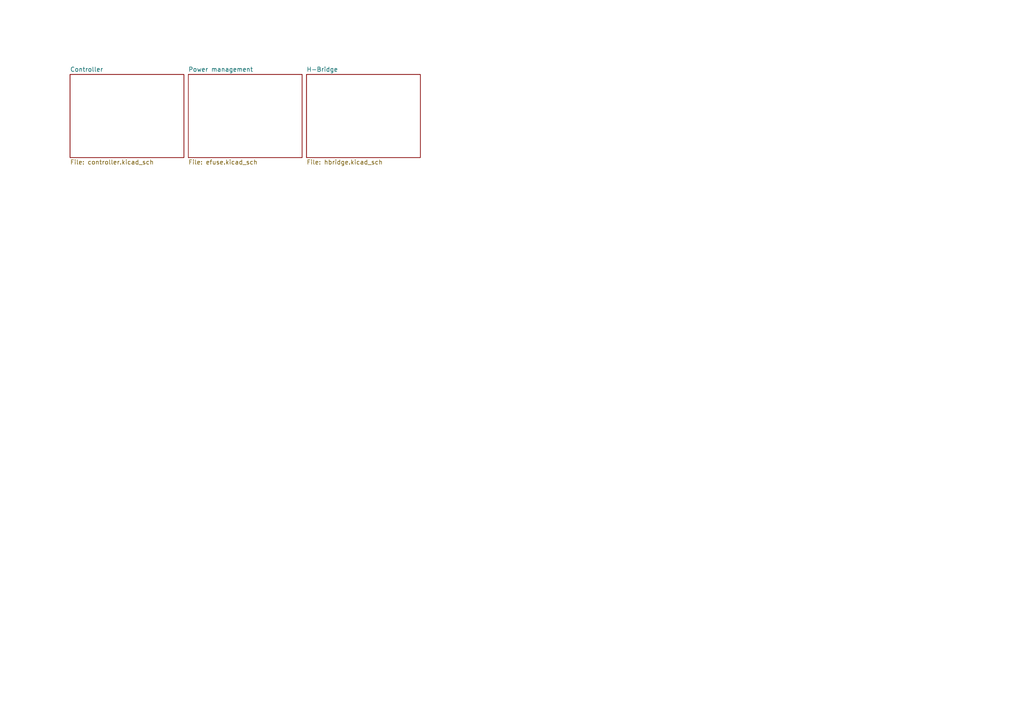
<source format=kicad_sch>
(kicad_sch (version 20211123) (generator eeschema)
  (paper "A4")
  (lib_symbols)
  (sheet (at 20.32 21.59) (size 33.02 24.13) (stroke (width 0.1524))
    (property "Sheet name" "Controller" (at 20.32 20.8784 0) (effects (justify left bottom)))
    (property "Sheet file" "controller.kicad_sch" (at 20.32 46.3046 0) (effects (justify left top)))
  )
  (sheet (at 88.9 21.59) (size 33.02 24.13) (stroke (width 0.1524))
    (property "Sheet name" "H-Bridge" (at 88.9 20.8784 0) (effects (justify left bottom)))
    (property "Sheet file" "hbridge.kicad_sch" (at 88.9 46.3046 0) (effects (justify left top)))
  )
  (sheet (at 54.61 21.59) (size 33.02 24.13) (stroke (width 0.1524))
    (property "Sheet name" "Power management" (at 54.61 20.8784 0) (effects (justify left bottom)))
    (property "Sheet file" "efuse.kicad_sch" (at 54.61 46.3046 0) (effects (justify left top)))
  )
)
</source>
